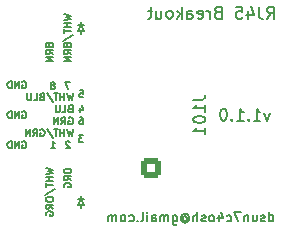
<source format=gbr>
G04 #@! TF.GenerationSoftware,KiCad,Pcbnew,8.0.6*
G04 #@! TF.CreationDate,2025-01-27T09:35:59-05:00*
G04 #@! TF.ProjectId,rj45brkout,726a3435-6272-46b6-9f75-742e6b696361,v1.1.0*
G04 #@! TF.SameCoordinates,Original*
G04 #@! TF.FileFunction,Legend,Bot*
G04 #@! TF.FilePolarity,Positive*
%FSLAX46Y46*%
G04 Gerber Fmt 4.6, Leading zero omitted, Abs format (unit mm)*
G04 Created by KiCad (PCBNEW 8.0.6) date 2025-01-27 09:35:59*
%MOMM*%
%LPD*%
G01*
G04 APERTURE LIST*
G04 Aperture macros list*
%AMRoundRect*
0 Rectangle with rounded corners*
0 $1 Rounding radius*
0 $2 $3 $4 $5 $6 $7 $8 $9 X,Y pos of 4 corners*
0 Add a 4 corners polygon primitive as box body*
4,1,4,$2,$3,$4,$5,$6,$7,$8,$9,$2,$3,0*
0 Add four circle primitives for the rounded corners*
1,1,$1+$1,$2,$3*
1,1,$1+$1,$4,$5*
1,1,$1+$1,$6,$7*
1,1,$1+$1,$8,$9*
0 Add four rect primitives between the rounded corners*
20,1,$1+$1,$2,$3,$4,$5,0*
20,1,$1+$1,$4,$5,$6,$7,0*
20,1,$1+$1,$6,$7,$8,$9,0*
20,1,$1+$1,$8,$9,$2,$3,0*%
G04 Aperture macros list end*
%ADD10C,0.150000*%
%ADD11C,0.127000*%
%ADD12RoundRect,0.265385X0.610915X-0.610915X0.610915X0.610915X-0.610915X0.610915X-0.610915X-0.610915X0*%
%ADD13C,1.752600*%
%ADD14C,4.101600*%
%ADD15C,3.276600*%
%ADD16C,1.117600*%
%ADD17C,1.371600*%
G04 APERTURE END LIST*
D10*
X138303000Y-108712000D02*
X138557000Y-109220000D01*
X138303000Y-108712000D02*
X138303000Y-108458000D01*
X138049000Y-109220000D02*
X138303000Y-108712000D01*
X138557000Y-109220000D02*
X138049000Y-109220000D01*
X138303000Y-109220000D02*
X138303000Y-109474000D01*
X138557000Y-108712000D02*
X138049000Y-108712000D01*
X138049000Y-94488000D02*
X138303000Y-93980000D01*
X138303000Y-93980000D02*
X138303000Y-93726000D01*
X138303000Y-93980000D02*
X138557000Y-94488000D01*
X138557000Y-94488000D02*
X138049000Y-94488000D01*
X138557000Y-93980000D02*
X138049000Y-93980000D01*
X138303000Y-94488000D02*
X138303000Y-94742000D01*
D11*
X135718571Y-104370967D02*
X136061428Y-104370967D01*
X135889999Y-104370967D02*
X135889999Y-103770967D01*
X135889999Y-103770967D02*
X135947142Y-103856681D01*
X135947142Y-103856681D02*
X136004285Y-103913824D01*
X136004285Y-103913824D02*
X136061428Y-103942396D01*
X137331428Y-103868110D02*
X137302856Y-103839538D01*
X137302856Y-103839538D02*
X137245714Y-103810967D01*
X137245714Y-103810967D02*
X137102856Y-103810967D01*
X137102856Y-103810967D02*
X137045714Y-103839538D01*
X137045714Y-103839538D02*
X137017142Y-103868110D01*
X137017142Y-103868110D02*
X136988571Y-103925253D01*
X136988571Y-103925253D02*
X136988571Y-103982396D01*
X136988571Y-103982396D02*
X137017142Y-104068110D01*
X137017142Y-104068110D02*
X137359999Y-104410967D01*
X137359999Y-104410967D02*
X136988571Y-104410967D01*
X138449999Y-103302967D02*
X138078571Y-103302967D01*
X138078571Y-103302967D02*
X138278571Y-103531538D01*
X138278571Y-103531538D02*
X138192856Y-103531538D01*
X138192856Y-103531538D02*
X138135714Y-103560110D01*
X138135714Y-103560110D02*
X138107142Y-103588681D01*
X138107142Y-103588681D02*
X138078571Y-103645824D01*
X138078571Y-103645824D02*
X138078571Y-103788681D01*
X138078571Y-103788681D02*
X138107142Y-103845824D01*
X138107142Y-103845824D02*
X138135714Y-103874396D01*
X138135714Y-103874396D02*
X138192856Y-103902967D01*
X138192856Y-103902967D02*
X138364285Y-103902967D01*
X138364285Y-103902967D02*
X138421428Y-103874396D01*
X138421428Y-103874396D02*
X138449999Y-103845824D01*
X138188714Y-101778967D02*
X138302999Y-101778967D01*
X138302999Y-101778967D02*
X138360142Y-101807538D01*
X138360142Y-101807538D02*
X138388714Y-101836110D01*
X138388714Y-101836110D02*
X138445856Y-101921824D01*
X138445856Y-101921824D02*
X138474428Y-102036110D01*
X138474428Y-102036110D02*
X138474428Y-102264681D01*
X138474428Y-102264681D02*
X138445856Y-102321824D01*
X138445856Y-102321824D02*
X138417285Y-102350396D01*
X138417285Y-102350396D02*
X138360142Y-102378967D01*
X138360142Y-102378967D02*
X138245856Y-102378967D01*
X138245856Y-102378967D02*
X138188714Y-102350396D01*
X138188714Y-102350396D02*
X138160142Y-102321824D01*
X138160142Y-102321824D02*
X138131571Y-102264681D01*
X138131571Y-102264681D02*
X138131571Y-102121824D01*
X138131571Y-102121824D02*
X138160142Y-102064681D01*
X138160142Y-102064681D02*
X138188714Y-102036110D01*
X138188714Y-102036110D02*
X138245856Y-102007538D01*
X138245856Y-102007538D02*
X138360142Y-102007538D01*
X138360142Y-102007538D02*
X138417285Y-102036110D01*
X138417285Y-102036110D02*
X138445856Y-102064681D01*
X138445856Y-102064681D02*
X138474428Y-102121824D01*
X138188714Y-100962967D02*
X138188714Y-101362967D01*
X138331571Y-100734396D02*
X138474428Y-101162967D01*
X138474428Y-101162967D02*
X138102999Y-101162967D01*
X138160142Y-99492967D02*
X138445856Y-99492967D01*
X138445856Y-99492967D02*
X138474428Y-99778681D01*
X138474428Y-99778681D02*
X138445856Y-99750110D01*
X138445856Y-99750110D02*
X138388714Y-99721538D01*
X138388714Y-99721538D02*
X138245856Y-99721538D01*
X138245856Y-99721538D02*
X138188714Y-99750110D01*
X138188714Y-99750110D02*
X138160142Y-99778681D01*
X138160142Y-99778681D02*
X138131571Y-99835824D01*
X138131571Y-99835824D02*
X138131571Y-99978681D01*
X138131571Y-99978681D02*
X138160142Y-100035824D01*
X138160142Y-100035824D02*
X138188714Y-100064396D01*
X138188714Y-100064396D02*
X138245856Y-100092967D01*
X138245856Y-100092967D02*
X138388714Y-100092967D01*
X138388714Y-100092967D02*
X138445856Y-100064396D01*
X138445856Y-100064396D02*
X138474428Y-100035824D01*
X137359999Y-98770967D02*
X136959999Y-98770967D01*
X136959999Y-98770967D02*
X137217142Y-99370967D01*
X135947142Y-99078110D02*
X136004285Y-99049538D01*
X136004285Y-99049538D02*
X136032856Y-99020967D01*
X136032856Y-99020967D02*
X136061428Y-98963824D01*
X136061428Y-98963824D02*
X136061428Y-98935253D01*
X136061428Y-98935253D02*
X136032856Y-98878110D01*
X136032856Y-98878110D02*
X136004285Y-98849538D01*
X136004285Y-98849538D02*
X135947142Y-98820967D01*
X135947142Y-98820967D02*
X135832856Y-98820967D01*
X135832856Y-98820967D02*
X135775714Y-98849538D01*
X135775714Y-98849538D02*
X135747142Y-98878110D01*
X135747142Y-98878110D02*
X135718571Y-98935253D01*
X135718571Y-98935253D02*
X135718571Y-98963824D01*
X135718571Y-98963824D02*
X135747142Y-99020967D01*
X135747142Y-99020967D02*
X135775714Y-99049538D01*
X135775714Y-99049538D02*
X135832856Y-99078110D01*
X135832856Y-99078110D02*
X135947142Y-99078110D01*
X135947142Y-99078110D02*
X136004285Y-99106681D01*
X136004285Y-99106681D02*
X136032856Y-99135253D01*
X136032856Y-99135253D02*
X136061428Y-99192396D01*
X136061428Y-99192396D02*
X136061428Y-99306681D01*
X136061428Y-99306681D02*
X136032856Y-99363824D01*
X136032856Y-99363824D02*
X136004285Y-99392396D01*
X136004285Y-99392396D02*
X135947142Y-99420967D01*
X135947142Y-99420967D02*
X135832856Y-99420967D01*
X135832856Y-99420967D02*
X135775714Y-99392396D01*
X135775714Y-99392396D02*
X135747142Y-99363824D01*
X135747142Y-99363824D02*
X135718571Y-99306681D01*
X135718571Y-99306681D02*
X135718571Y-99192396D01*
X135718571Y-99192396D02*
X135747142Y-99135253D01*
X135747142Y-99135253D02*
X135775714Y-99106681D01*
X135775714Y-99106681D02*
X135832856Y-99078110D01*
D10*
X154288856Y-101388152D02*
X154050761Y-102054819D01*
X154050761Y-102054819D02*
X153812666Y-101388152D01*
X152907904Y-102054819D02*
X153479332Y-102054819D01*
X153193618Y-102054819D02*
X153193618Y-101054819D01*
X153193618Y-101054819D02*
X153288856Y-101197676D01*
X153288856Y-101197676D02*
X153384094Y-101292914D01*
X153384094Y-101292914D02*
X153479332Y-101340533D01*
X152479332Y-101959580D02*
X152431713Y-102007200D01*
X152431713Y-102007200D02*
X152479332Y-102054819D01*
X152479332Y-102054819D02*
X152526951Y-102007200D01*
X152526951Y-102007200D02*
X152479332Y-101959580D01*
X152479332Y-101959580D02*
X152479332Y-102054819D01*
X151479333Y-102054819D02*
X152050761Y-102054819D01*
X151765047Y-102054819D02*
X151765047Y-101054819D01*
X151765047Y-101054819D02*
X151860285Y-101197676D01*
X151860285Y-101197676D02*
X151955523Y-101292914D01*
X151955523Y-101292914D02*
X152050761Y-101340533D01*
X151050761Y-101959580D02*
X151003142Y-102007200D01*
X151003142Y-102007200D02*
X151050761Y-102054819D01*
X151050761Y-102054819D02*
X151098380Y-102007200D01*
X151098380Y-102007200D02*
X151050761Y-101959580D01*
X151050761Y-101959580D02*
X151050761Y-102054819D01*
X150384095Y-101054819D02*
X150288857Y-101054819D01*
X150288857Y-101054819D02*
X150193619Y-101102438D01*
X150193619Y-101102438D02*
X150146000Y-101150057D01*
X150146000Y-101150057D02*
X150098381Y-101245295D01*
X150098381Y-101245295D02*
X150050762Y-101435771D01*
X150050762Y-101435771D02*
X150050762Y-101673866D01*
X150050762Y-101673866D02*
X150098381Y-101864342D01*
X150098381Y-101864342D02*
X150146000Y-101959580D01*
X150146000Y-101959580D02*
X150193619Y-102007200D01*
X150193619Y-102007200D02*
X150288857Y-102054819D01*
X150288857Y-102054819D02*
X150384095Y-102054819D01*
X150384095Y-102054819D02*
X150479333Y-102007200D01*
X150479333Y-102007200D02*
X150526952Y-101959580D01*
X150526952Y-101959580D02*
X150574571Y-101864342D01*
X150574571Y-101864342D02*
X150622190Y-101673866D01*
X150622190Y-101673866D02*
X150622190Y-101435771D01*
X150622190Y-101435771D02*
X150574571Y-101245295D01*
X150574571Y-101245295D02*
X150526952Y-101150057D01*
X150526952Y-101150057D02*
X150479333Y-101102438D01*
X150479333Y-101102438D02*
X150384095Y-101054819D01*
X154042477Y-93418819D02*
X154375810Y-92942628D01*
X154613905Y-93418819D02*
X154613905Y-92418819D01*
X154613905Y-92418819D02*
X154232953Y-92418819D01*
X154232953Y-92418819D02*
X154137715Y-92466438D01*
X154137715Y-92466438D02*
X154090096Y-92514057D01*
X154090096Y-92514057D02*
X154042477Y-92609295D01*
X154042477Y-92609295D02*
X154042477Y-92752152D01*
X154042477Y-92752152D02*
X154090096Y-92847390D01*
X154090096Y-92847390D02*
X154137715Y-92895009D01*
X154137715Y-92895009D02*
X154232953Y-92942628D01*
X154232953Y-92942628D02*
X154613905Y-92942628D01*
X153328191Y-92418819D02*
X153328191Y-93133104D01*
X153328191Y-93133104D02*
X153375810Y-93275961D01*
X153375810Y-93275961D02*
X153471048Y-93371200D01*
X153471048Y-93371200D02*
X153613905Y-93418819D01*
X153613905Y-93418819D02*
X153709143Y-93418819D01*
X152423429Y-92752152D02*
X152423429Y-93418819D01*
X152661524Y-92371200D02*
X152899619Y-93085485D01*
X152899619Y-93085485D02*
X152280572Y-93085485D01*
X151423429Y-92418819D02*
X151899619Y-92418819D01*
X151899619Y-92418819D02*
X151947238Y-92895009D01*
X151947238Y-92895009D02*
X151899619Y-92847390D01*
X151899619Y-92847390D02*
X151804381Y-92799771D01*
X151804381Y-92799771D02*
X151566286Y-92799771D01*
X151566286Y-92799771D02*
X151471048Y-92847390D01*
X151471048Y-92847390D02*
X151423429Y-92895009D01*
X151423429Y-92895009D02*
X151375810Y-92990247D01*
X151375810Y-92990247D02*
X151375810Y-93228342D01*
X151375810Y-93228342D02*
X151423429Y-93323580D01*
X151423429Y-93323580D02*
X151471048Y-93371200D01*
X151471048Y-93371200D02*
X151566286Y-93418819D01*
X151566286Y-93418819D02*
X151804381Y-93418819D01*
X151804381Y-93418819D02*
X151899619Y-93371200D01*
X151899619Y-93371200D02*
X151947238Y-93323580D01*
X149852000Y-92895009D02*
X149709143Y-92942628D01*
X149709143Y-92942628D02*
X149661524Y-92990247D01*
X149661524Y-92990247D02*
X149613905Y-93085485D01*
X149613905Y-93085485D02*
X149613905Y-93228342D01*
X149613905Y-93228342D02*
X149661524Y-93323580D01*
X149661524Y-93323580D02*
X149709143Y-93371200D01*
X149709143Y-93371200D02*
X149804381Y-93418819D01*
X149804381Y-93418819D02*
X150185333Y-93418819D01*
X150185333Y-93418819D02*
X150185333Y-92418819D01*
X150185333Y-92418819D02*
X149852000Y-92418819D01*
X149852000Y-92418819D02*
X149756762Y-92466438D01*
X149756762Y-92466438D02*
X149709143Y-92514057D01*
X149709143Y-92514057D02*
X149661524Y-92609295D01*
X149661524Y-92609295D02*
X149661524Y-92704533D01*
X149661524Y-92704533D02*
X149709143Y-92799771D01*
X149709143Y-92799771D02*
X149756762Y-92847390D01*
X149756762Y-92847390D02*
X149852000Y-92895009D01*
X149852000Y-92895009D02*
X150185333Y-92895009D01*
X149185333Y-93418819D02*
X149185333Y-92752152D01*
X149185333Y-92942628D02*
X149137714Y-92847390D01*
X149137714Y-92847390D02*
X149090095Y-92799771D01*
X149090095Y-92799771D02*
X148994857Y-92752152D01*
X148994857Y-92752152D02*
X148899619Y-92752152D01*
X148185333Y-93371200D02*
X148280571Y-93418819D01*
X148280571Y-93418819D02*
X148471047Y-93418819D01*
X148471047Y-93418819D02*
X148566285Y-93371200D01*
X148566285Y-93371200D02*
X148613904Y-93275961D01*
X148613904Y-93275961D02*
X148613904Y-92895009D01*
X148613904Y-92895009D02*
X148566285Y-92799771D01*
X148566285Y-92799771D02*
X148471047Y-92752152D01*
X148471047Y-92752152D02*
X148280571Y-92752152D01*
X148280571Y-92752152D02*
X148185333Y-92799771D01*
X148185333Y-92799771D02*
X148137714Y-92895009D01*
X148137714Y-92895009D02*
X148137714Y-92990247D01*
X148137714Y-92990247D02*
X148613904Y-93085485D01*
X147280571Y-93418819D02*
X147280571Y-92895009D01*
X147280571Y-92895009D02*
X147328190Y-92799771D01*
X147328190Y-92799771D02*
X147423428Y-92752152D01*
X147423428Y-92752152D02*
X147613904Y-92752152D01*
X147613904Y-92752152D02*
X147709142Y-92799771D01*
X147280571Y-93371200D02*
X147375809Y-93418819D01*
X147375809Y-93418819D02*
X147613904Y-93418819D01*
X147613904Y-93418819D02*
X147709142Y-93371200D01*
X147709142Y-93371200D02*
X147756761Y-93275961D01*
X147756761Y-93275961D02*
X147756761Y-93180723D01*
X147756761Y-93180723D02*
X147709142Y-93085485D01*
X147709142Y-93085485D02*
X147613904Y-93037866D01*
X147613904Y-93037866D02*
X147375809Y-93037866D01*
X147375809Y-93037866D02*
X147280571Y-92990247D01*
X146804380Y-93418819D02*
X146804380Y-92418819D01*
X146709142Y-93037866D02*
X146423428Y-93418819D01*
X146423428Y-92752152D02*
X146804380Y-93133104D01*
X145851999Y-93418819D02*
X145947237Y-93371200D01*
X145947237Y-93371200D02*
X145994856Y-93323580D01*
X145994856Y-93323580D02*
X146042475Y-93228342D01*
X146042475Y-93228342D02*
X146042475Y-92942628D01*
X146042475Y-92942628D02*
X145994856Y-92847390D01*
X145994856Y-92847390D02*
X145947237Y-92799771D01*
X145947237Y-92799771D02*
X145851999Y-92752152D01*
X145851999Y-92752152D02*
X145709142Y-92752152D01*
X145709142Y-92752152D02*
X145613904Y-92799771D01*
X145613904Y-92799771D02*
X145566285Y-92847390D01*
X145566285Y-92847390D02*
X145518666Y-92942628D01*
X145518666Y-92942628D02*
X145518666Y-93228342D01*
X145518666Y-93228342D02*
X145566285Y-93323580D01*
X145566285Y-93323580D02*
X145613904Y-93371200D01*
X145613904Y-93371200D02*
X145709142Y-93418819D01*
X145709142Y-93418819D02*
X145851999Y-93418819D01*
X144661523Y-92752152D02*
X144661523Y-93418819D01*
X145090094Y-92752152D02*
X145090094Y-93275961D01*
X145090094Y-93275961D02*
X145042475Y-93371200D01*
X145042475Y-93371200D02*
X144947237Y-93418819D01*
X144947237Y-93418819D02*
X144804380Y-93418819D01*
X144804380Y-93418819D02*
X144709142Y-93371200D01*
X144709142Y-93371200D02*
X144661523Y-93323580D01*
X144328189Y-92752152D02*
X143947237Y-92752152D01*
X144185332Y-92418819D02*
X144185332Y-93275961D01*
X144185332Y-93275961D02*
X144137713Y-93371200D01*
X144137713Y-93371200D02*
X144042475Y-93418819D01*
X144042475Y-93418819D02*
X143947237Y-93418819D01*
D11*
X136830967Y-93055592D02*
X137430967Y-93198449D01*
X137430967Y-93198449D02*
X137002396Y-93312735D01*
X137002396Y-93312735D02*
X137430967Y-93427020D01*
X137430967Y-93427020D02*
X136830967Y-93569878D01*
X137430967Y-93798449D02*
X136830967Y-93798449D01*
X137116681Y-93798449D02*
X137116681Y-94141306D01*
X137430967Y-94141306D02*
X136830967Y-94141306D01*
X136830967Y-94341305D02*
X136830967Y-94684163D01*
X137430967Y-94512734D02*
X136830967Y-94512734D01*
X136802396Y-95312734D02*
X137573824Y-94798448D01*
X137116681Y-95712734D02*
X137145253Y-95798448D01*
X137145253Y-95798448D02*
X137173824Y-95827019D01*
X137173824Y-95827019D02*
X137230967Y-95855591D01*
X137230967Y-95855591D02*
X137316681Y-95855591D01*
X137316681Y-95855591D02*
X137373824Y-95827019D01*
X137373824Y-95827019D02*
X137402396Y-95798448D01*
X137402396Y-95798448D02*
X137430967Y-95741305D01*
X137430967Y-95741305D02*
X137430967Y-95512734D01*
X137430967Y-95512734D02*
X136830967Y-95512734D01*
X136830967Y-95512734D02*
X136830967Y-95712734D01*
X136830967Y-95712734D02*
X136859538Y-95769877D01*
X136859538Y-95769877D02*
X136888110Y-95798448D01*
X136888110Y-95798448D02*
X136945253Y-95827019D01*
X136945253Y-95827019D02*
X137002396Y-95827019D01*
X137002396Y-95827019D02*
X137059538Y-95798448D01*
X137059538Y-95798448D02*
X137088110Y-95769877D01*
X137088110Y-95769877D02*
X137116681Y-95712734D01*
X137116681Y-95712734D02*
X137116681Y-95512734D01*
X137430967Y-96455591D02*
X137145253Y-96255591D01*
X137430967Y-96112734D02*
X136830967Y-96112734D01*
X136830967Y-96112734D02*
X136830967Y-96341305D01*
X136830967Y-96341305D02*
X136859538Y-96398448D01*
X136859538Y-96398448D02*
X136888110Y-96427019D01*
X136888110Y-96427019D02*
X136945253Y-96455591D01*
X136945253Y-96455591D02*
X137030967Y-96455591D01*
X137030967Y-96455591D02*
X137088110Y-96427019D01*
X137088110Y-96427019D02*
X137116681Y-96398448D01*
X137116681Y-96398448D02*
X137145253Y-96341305D01*
X137145253Y-96341305D02*
X137145253Y-96112734D01*
X137430967Y-96712734D02*
X136830967Y-96712734D01*
X136830967Y-96712734D02*
X137430967Y-97055591D01*
X137430967Y-97055591D02*
X136830967Y-97055591D01*
X135592681Y-95712734D02*
X135621253Y-95798448D01*
X135621253Y-95798448D02*
X135649824Y-95827019D01*
X135649824Y-95827019D02*
X135706967Y-95855591D01*
X135706967Y-95855591D02*
X135792681Y-95855591D01*
X135792681Y-95855591D02*
X135849824Y-95827019D01*
X135849824Y-95827019D02*
X135878396Y-95798448D01*
X135878396Y-95798448D02*
X135906967Y-95741305D01*
X135906967Y-95741305D02*
X135906967Y-95512734D01*
X135906967Y-95512734D02*
X135306967Y-95512734D01*
X135306967Y-95512734D02*
X135306967Y-95712734D01*
X135306967Y-95712734D02*
X135335538Y-95769877D01*
X135335538Y-95769877D02*
X135364110Y-95798448D01*
X135364110Y-95798448D02*
X135421253Y-95827019D01*
X135421253Y-95827019D02*
X135478396Y-95827019D01*
X135478396Y-95827019D02*
X135535538Y-95798448D01*
X135535538Y-95798448D02*
X135564110Y-95769877D01*
X135564110Y-95769877D02*
X135592681Y-95712734D01*
X135592681Y-95712734D02*
X135592681Y-95512734D01*
X135906967Y-96455591D02*
X135621253Y-96255591D01*
X135906967Y-96112734D02*
X135306967Y-96112734D01*
X135306967Y-96112734D02*
X135306967Y-96341305D01*
X135306967Y-96341305D02*
X135335538Y-96398448D01*
X135335538Y-96398448D02*
X135364110Y-96427019D01*
X135364110Y-96427019D02*
X135421253Y-96455591D01*
X135421253Y-96455591D02*
X135506967Y-96455591D01*
X135506967Y-96455591D02*
X135564110Y-96427019D01*
X135564110Y-96427019D02*
X135592681Y-96398448D01*
X135592681Y-96398448D02*
X135621253Y-96341305D01*
X135621253Y-96341305D02*
X135621253Y-96112734D01*
X135906967Y-96712734D02*
X135306967Y-96712734D01*
X135306967Y-96712734D02*
X135906967Y-97055591D01*
X135906967Y-97055591D02*
X135306967Y-97055591D01*
X137625733Y-99746967D02*
X137482876Y-100346967D01*
X137482876Y-100346967D02*
X137368590Y-99918396D01*
X137368590Y-99918396D02*
X137254305Y-100346967D01*
X137254305Y-100346967D02*
X137111448Y-99746967D01*
X136882876Y-100346967D02*
X136882876Y-99746967D01*
X136882876Y-100032681D02*
X136540019Y-100032681D01*
X136540019Y-100346967D02*
X136540019Y-99746967D01*
X136340020Y-99746967D02*
X135997163Y-99746967D01*
X136168591Y-100346967D02*
X136168591Y-99746967D01*
X135368591Y-99718396D02*
X135882877Y-100489824D01*
X134968591Y-100032681D02*
X134882877Y-100061253D01*
X134882877Y-100061253D02*
X134854306Y-100089824D01*
X134854306Y-100089824D02*
X134825734Y-100146967D01*
X134825734Y-100146967D02*
X134825734Y-100232681D01*
X134825734Y-100232681D02*
X134854306Y-100289824D01*
X134854306Y-100289824D02*
X134882877Y-100318396D01*
X134882877Y-100318396D02*
X134940020Y-100346967D01*
X134940020Y-100346967D02*
X135168591Y-100346967D01*
X135168591Y-100346967D02*
X135168591Y-99746967D01*
X135168591Y-99746967D02*
X134968591Y-99746967D01*
X134968591Y-99746967D02*
X134911449Y-99775538D01*
X134911449Y-99775538D02*
X134882877Y-99804110D01*
X134882877Y-99804110D02*
X134854306Y-99861253D01*
X134854306Y-99861253D02*
X134854306Y-99918396D01*
X134854306Y-99918396D02*
X134882877Y-99975538D01*
X134882877Y-99975538D02*
X134911449Y-100004110D01*
X134911449Y-100004110D02*
X134968591Y-100032681D01*
X134968591Y-100032681D02*
X135168591Y-100032681D01*
X134282877Y-100346967D02*
X134568591Y-100346967D01*
X134568591Y-100346967D02*
X134568591Y-99746967D01*
X134082877Y-99746967D02*
X134082877Y-100232681D01*
X134082877Y-100232681D02*
X134054306Y-100289824D01*
X134054306Y-100289824D02*
X134025735Y-100318396D01*
X134025735Y-100318396D02*
X133968592Y-100346967D01*
X133968592Y-100346967D02*
X133854306Y-100346967D01*
X133854306Y-100346967D02*
X133797163Y-100318396D01*
X133797163Y-100318396D02*
X133768592Y-100289824D01*
X133768592Y-100289824D02*
X133740020Y-100232681D01*
X133740020Y-100232681D02*
X133740020Y-99746967D01*
X137368590Y-101048681D02*
X137282876Y-101077253D01*
X137282876Y-101077253D02*
X137254305Y-101105824D01*
X137254305Y-101105824D02*
X137225733Y-101162967D01*
X137225733Y-101162967D02*
X137225733Y-101248681D01*
X137225733Y-101248681D02*
X137254305Y-101305824D01*
X137254305Y-101305824D02*
X137282876Y-101334396D01*
X137282876Y-101334396D02*
X137340019Y-101362967D01*
X137340019Y-101362967D02*
X137568590Y-101362967D01*
X137568590Y-101362967D02*
X137568590Y-100762967D01*
X137568590Y-100762967D02*
X137368590Y-100762967D01*
X137368590Y-100762967D02*
X137311448Y-100791538D01*
X137311448Y-100791538D02*
X137282876Y-100820110D01*
X137282876Y-100820110D02*
X137254305Y-100877253D01*
X137254305Y-100877253D02*
X137254305Y-100934396D01*
X137254305Y-100934396D02*
X137282876Y-100991538D01*
X137282876Y-100991538D02*
X137311448Y-101020110D01*
X137311448Y-101020110D02*
X137368590Y-101048681D01*
X137368590Y-101048681D02*
X137568590Y-101048681D01*
X136682876Y-101362967D02*
X136968590Y-101362967D01*
X136968590Y-101362967D02*
X136968590Y-100762967D01*
X136482876Y-100762967D02*
X136482876Y-101248681D01*
X136482876Y-101248681D02*
X136454305Y-101305824D01*
X136454305Y-101305824D02*
X136425734Y-101334396D01*
X136425734Y-101334396D02*
X136368591Y-101362967D01*
X136368591Y-101362967D02*
X136254305Y-101362967D01*
X136254305Y-101362967D02*
X136197162Y-101334396D01*
X136197162Y-101334396D02*
X136168591Y-101305824D01*
X136168591Y-101305824D02*
X136140019Y-101248681D01*
X136140019Y-101248681D02*
X136140019Y-100762967D01*
X137254305Y-101807538D02*
X137311448Y-101778967D01*
X137311448Y-101778967D02*
X137397162Y-101778967D01*
X137397162Y-101778967D02*
X137482876Y-101807538D01*
X137482876Y-101807538D02*
X137540019Y-101864681D01*
X137540019Y-101864681D02*
X137568590Y-101921824D01*
X137568590Y-101921824D02*
X137597162Y-102036110D01*
X137597162Y-102036110D02*
X137597162Y-102121824D01*
X137597162Y-102121824D02*
X137568590Y-102236110D01*
X137568590Y-102236110D02*
X137540019Y-102293253D01*
X137540019Y-102293253D02*
X137482876Y-102350396D01*
X137482876Y-102350396D02*
X137397162Y-102378967D01*
X137397162Y-102378967D02*
X137340019Y-102378967D01*
X137340019Y-102378967D02*
X137254305Y-102350396D01*
X137254305Y-102350396D02*
X137225733Y-102321824D01*
X137225733Y-102321824D02*
X137225733Y-102121824D01*
X137225733Y-102121824D02*
X137340019Y-102121824D01*
X136625733Y-102378967D02*
X136825733Y-102093253D01*
X136968590Y-102378967D02*
X136968590Y-101778967D01*
X136968590Y-101778967D02*
X136740019Y-101778967D01*
X136740019Y-101778967D02*
X136682876Y-101807538D01*
X136682876Y-101807538D02*
X136654305Y-101836110D01*
X136654305Y-101836110D02*
X136625733Y-101893253D01*
X136625733Y-101893253D02*
X136625733Y-101978967D01*
X136625733Y-101978967D02*
X136654305Y-102036110D01*
X136654305Y-102036110D02*
X136682876Y-102064681D01*
X136682876Y-102064681D02*
X136740019Y-102093253D01*
X136740019Y-102093253D02*
X136968590Y-102093253D01*
X136368590Y-102378967D02*
X136368590Y-101778967D01*
X136368590Y-101778967D02*
X136025733Y-102378967D01*
X136025733Y-102378967D02*
X136025733Y-101778967D01*
X137625733Y-102794967D02*
X137482876Y-103394967D01*
X137482876Y-103394967D02*
X137368590Y-102966396D01*
X137368590Y-102966396D02*
X137254305Y-103394967D01*
X137254305Y-103394967D02*
X137111448Y-102794967D01*
X136882876Y-103394967D02*
X136882876Y-102794967D01*
X136882876Y-103080681D02*
X136540019Y-103080681D01*
X136540019Y-103394967D02*
X136540019Y-102794967D01*
X136340020Y-102794967D02*
X135997163Y-102794967D01*
X136168591Y-103394967D02*
X136168591Y-102794967D01*
X135368591Y-102766396D02*
X135882877Y-103537824D01*
X134854306Y-102823538D02*
X134911449Y-102794967D01*
X134911449Y-102794967D02*
X134997163Y-102794967D01*
X134997163Y-102794967D02*
X135082877Y-102823538D01*
X135082877Y-102823538D02*
X135140020Y-102880681D01*
X135140020Y-102880681D02*
X135168591Y-102937824D01*
X135168591Y-102937824D02*
X135197163Y-103052110D01*
X135197163Y-103052110D02*
X135197163Y-103137824D01*
X135197163Y-103137824D02*
X135168591Y-103252110D01*
X135168591Y-103252110D02*
X135140020Y-103309253D01*
X135140020Y-103309253D02*
X135082877Y-103366396D01*
X135082877Y-103366396D02*
X134997163Y-103394967D01*
X134997163Y-103394967D02*
X134940020Y-103394967D01*
X134940020Y-103394967D02*
X134854306Y-103366396D01*
X134854306Y-103366396D02*
X134825734Y-103337824D01*
X134825734Y-103337824D02*
X134825734Y-103137824D01*
X134825734Y-103137824D02*
X134940020Y-103137824D01*
X134225734Y-103394967D02*
X134425734Y-103109253D01*
X134568591Y-103394967D02*
X134568591Y-102794967D01*
X134568591Y-102794967D02*
X134340020Y-102794967D01*
X134340020Y-102794967D02*
X134282877Y-102823538D01*
X134282877Y-102823538D02*
X134254306Y-102852110D01*
X134254306Y-102852110D02*
X134225734Y-102909253D01*
X134225734Y-102909253D02*
X134225734Y-102994967D01*
X134225734Y-102994967D02*
X134254306Y-103052110D01*
X134254306Y-103052110D02*
X134282877Y-103080681D01*
X134282877Y-103080681D02*
X134340020Y-103109253D01*
X134340020Y-103109253D02*
X134568591Y-103109253D01*
X133968591Y-103394967D02*
X133968591Y-102794967D01*
X133968591Y-102794967D02*
X133625734Y-103394967D01*
X133625734Y-103394967D02*
X133625734Y-102794967D01*
X135306967Y-106087266D02*
X135906967Y-106230123D01*
X135906967Y-106230123D02*
X135478396Y-106344409D01*
X135478396Y-106344409D02*
X135906967Y-106458694D01*
X135906967Y-106458694D02*
X135306967Y-106601552D01*
X135906967Y-106830123D02*
X135306967Y-106830123D01*
X135592681Y-106830123D02*
X135592681Y-107172980D01*
X135906967Y-107172980D02*
X135306967Y-107172980D01*
X135306967Y-107372979D02*
X135306967Y-107715837D01*
X135906967Y-107544408D02*
X135306967Y-107544408D01*
X135278396Y-108344408D02*
X136049824Y-107830122D01*
X135306967Y-108658693D02*
X135306967Y-108772979D01*
X135306967Y-108772979D02*
X135335538Y-108830122D01*
X135335538Y-108830122D02*
X135392681Y-108887265D01*
X135392681Y-108887265D02*
X135506967Y-108915836D01*
X135506967Y-108915836D02*
X135706967Y-108915836D01*
X135706967Y-108915836D02*
X135821253Y-108887265D01*
X135821253Y-108887265D02*
X135878396Y-108830122D01*
X135878396Y-108830122D02*
X135906967Y-108772979D01*
X135906967Y-108772979D02*
X135906967Y-108658693D01*
X135906967Y-108658693D02*
X135878396Y-108601551D01*
X135878396Y-108601551D02*
X135821253Y-108544408D01*
X135821253Y-108544408D02*
X135706967Y-108515836D01*
X135706967Y-108515836D02*
X135506967Y-108515836D01*
X135506967Y-108515836D02*
X135392681Y-108544408D01*
X135392681Y-108544408D02*
X135335538Y-108601551D01*
X135335538Y-108601551D02*
X135306967Y-108658693D01*
X135906967Y-109515836D02*
X135621253Y-109315836D01*
X135906967Y-109172979D02*
X135306967Y-109172979D01*
X135306967Y-109172979D02*
X135306967Y-109401550D01*
X135306967Y-109401550D02*
X135335538Y-109458693D01*
X135335538Y-109458693D02*
X135364110Y-109487264D01*
X135364110Y-109487264D02*
X135421253Y-109515836D01*
X135421253Y-109515836D02*
X135506967Y-109515836D01*
X135506967Y-109515836D02*
X135564110Y-109487264D01*
X135564110Y-109487264D02*
X135592681Y-109458693D01*
X135592681Y-109458693D02*
X135621253Y-109401550D01*
X135621253Y-109401550D02*
X135621253Y-109172979D01*
X135335538Y-110087264D02*
X135306967Y-110030122D01*
X135306967Y-110030122D02*
X135306967Y-109944407D01*
X135306967Y-109944407D02*
X135335538Y-109858693D01*
X135335538Y-109858693D02*
X135392681Y-109801550D01*
X135392681Y-109801550D02*
X135449824Y-109772979D01*
X135449824Y-109772979D02*
X135564110Y-109744407D01*
X135564110Y-109744407D02*
X135649824Y-109744407D01*
X135649824Y-109744407D02*
X135764110Y-109772979D01*
X135764110Y-109772979D02*
X135821253Y-109801550D01*
X135821253Y-109801550D02*
X135878396Y-109858693D01*
X135878396Y-109858693D02*
X135906967Y-109944407D01*
X135906967Y-109944407D02*
X135906967Y-110001550D01*
X135906967Y-110001550D02*
X135878396Y-110087264D01*
X135878396Y-110087264D02*
X135849824Y-110115836D01*
X135849824Y-110115836D02*
X135649824Y-110115836D01*
X135649824Y-110115836D02*
X135649824Y-110001550D01*
X136830967Y-106258694D02*
X136830967Y-106372980D01*
X136830967Y-106372980D02*
X136859538Y-106430123D01*
X136859538Y-106430123D02*
X136916681Y-106487266D01*
X136916681Y-106487266D02*
X137030967Y-106515837D01*
X137030967Y-106515837D02*
X137230967Y-106515837D01*
X137230967Y-106515837D02*
X137345253Y-106487266D01*
X137345253Y-106487266D02*
X137402396Y-106430123D01*
X137402396Y-106430123D02*
X137430967Y-106372980D01*
X137430967Y-106372980D02*
X137430967Y-106258694D01*
X137430967Y-106258694D02*
X137402396Y-106201552D01*
X137402396Y-106201552D02*
X137345253Y-106144409D01*
X137345253Y-106144409D02*
X137230967Y-106115837D01*
X137230967Y-106115837D02*
X137030967Y-106115837D01*
X137030967Y-106115837D02*
X136916681Y-106144409D01*
X136916681Y-106144409D02*
X136859538Y-106201552D01*
X136859538Y-106201552D02*
X136830967Y-106258694D01*
X137430967Y-107115837D02*
X137145253Y-106915837D01*
X137430967Y-106772980D02*
X136830967Y-106772980D01*
X136830967Y-106772980D02*
X136830967Y-107001551D01*
X136830967Y-107001551D02*
X136859538Y-107058694D01*
X136859538Y-107058694D02*
X136888110Y-107087265D01*
X136888110Y-107087265D02*
X136945253Y-107115837D01*
X136945253Y-107115837D02*
X137030967Y-107115837D01*
X137030967Y-107115837D02*
X137088110Y-107087265D01*
X137088110Y-107087265D02*
X137116681Y-107058694D01*
X137116681Y-107058694D02*
X137145253Y-107001551D01*
X137145253Y-107001551D02*
X137145253Y-106772980D01*
X136859538Y-107687265D02*
X136830967Y-107630123D01*
X136830967Y-107630123D02*
X136830967Y-107544408D01*
X136830967Y-107544408D02*
X136859538Y-107458694D01*
X136859538Y-107458694D02*
X136916681Y-107401551D01*
X136916681Y-107401551D02*
X136973824Y-107372980D01*
X136973824Y-107372980D02*
X137088110Y-107344408D01*
X137088110Y-107344408D02*
X137173824Y-107344408D01*
X137173824Y-107344408D02*
X137288110Y-107372980D01*
X137288110Y-107372980D02*
X137345253Y-107401551D01*
X137345253Y-107401551D02*
X137402396Y-107458694D01*
X137402396Y-107458694D02*
X137430967Y-107544408D01*
X137430967Y-107544408D02*
X137430967Y-107601551D01*
X137430967Y-107601551D02*
X137402396Y-107687265D01*
X137402396Y-107687265D02*
X137373824Y-107715837D01*
X137373824Y-107715837D02*
X137173824Y-107715837D01*
X137173824Y-107715837D02*
X137173824Y-107601551D01*
X133317305Y-103839538D02*
X133374448Y-103810967D01*
X133374448Y-103810967D02*
X133460162Y-103810967D01*
X133460162Y-103810967D02*
X133545876Y-103839538D01*
X133545876Y-103839538D02*
X133603019Y-103896681D01*
X133603019Y-103896681D02*
X133631590Y-103953824D01*
X133631590Y-103953824D02*
X133660162Y-104068110D01*
X133660162Y-104068110D02*
X133660162Y-104153824D01*
X133660162Y-104153824D02*
X133631590Y-104268110D01*
X133631590Y-104268110D02*
X133603019Y-104325253D01*
X133603019Y-104325253D02*
X133545876Y-104382396D01*
X133545876Y-104382396D02*
X133460162Y-104410967D01*
X133460162Y-104410967D02*
X133403019Y-104410967D01*
X133403019Y-104410967D02*
X133317305Y-104382396D01*
X133317305Y-104382396D02*
X133288733Y-104353824D01*
X133288733Y-104353824D02*
X133288733Y-104153824D01*
X133288733Y-104153824D02*
X133403019Y-104153824D01*
X133031590Y-104410967D02*
X133031590Y-103810967D01*
X133031590Y-103810967D02*
X132688733Y-104410967D01*
X132688733Y-104410967D02*
X132688733Y-103810967D01*
X132403019Y-104410967D02*
X132403019Y-103810967D01*
X132403019Y-103810967D02*
X132260162Y-103810967D01*
X132260162Y-103810967D02*
X132174448Y-103839538D01*
X132174448Y-103839538D02*
X132117305Y-103896681D01*
X132117305Y-103896681D02*
X132088734Y-103953824D01*
X132088734Y-103953824D02*
X132060162Y-104068110D01*
X132060162Y-104068110D02*
X132060162Y-104153824D01*
X132060162Y-104153824D02*
X132088734Y-104268110D01*
X132088734Y-104268110D02*
X132117305Y-104325253D01*
X132117305Y-104325253D02*
X132174448Y-104382396D01*
X132174448Y-104382396D02*
X132260162Y-104410967D01*
X132260162Y-104410967D02*
X132403019Y-104410967D01*
X133317305Y-101299538D02*
X133374448Y-101270967D01*
X133374448Y-101270967D02*
X133460162Y-101270967D01*
X133460162Y-101270967D02*
X133545876Y-101299538D01*
X133545876Y-101299538D02*
X133603019Y-101356681D01*
X133603019Y-101356681D02*
X133631590Y-101413824D01*
X133631590Y-101413824D02*
X133660162Y-101528110D01*
X133660162Y-101528110D02*
X133660162Y-101613824D01*
X133660162Y-101613824D02*
X133631590Y-101728110D01*
X133631590Y-101728110D02*
X133603019Y-101785253D01*
X133603019Y-101785253D02*
X133545876Y-101842396D01*
X133545876Y-101842396D02*
X133460162Y-101870967D01*
X133460162Y-101870967D02*
X133403019Y-101870967D01*
X133403019Y-101870967D02*
X133317305Y-101842396D01*
X133317305Y-101842396D02*
X133288733Y-101813824D01*
X133288733Y-101813824D02*
X133288733Y-101613824D01*
X133288733Y-101613824D02*
X133403019Y-101613824D01*
X133031590Y-101870967D02*
X133031590Y-101270967D01*
X133031590Y-101270967D02*
X132688733Y-101870967D01*
X132688733Y-101870967D02*
X132688733Y-101270967D01*
X132403019Y-101870967D02*
X132403019Y-101270967D01*
X132403019Y-101270967D02*
X132260162Y-101270967D01*
X132260162Y-101270967D02*
X132174448Y-101299538D01*
X132174448Y-101299538D02*
X132117305Y-101356681D01*
X132117305Y-101356681D02*
X132088734Y-101413824D01*
X132088734Y-101413824D02*
X132060162Y-101528110D01*
X132060162Y-101528110D02*
X132060162Y-101613824D01*
X132060162Y-101613824D02*
X132088734Y-101728110D01*
X132088734Y-101728110D02*
X132117305Y-101785253D01*
X132117305Y-101785253D02*
X132174448Y-101842396D01*
X132174448Y-101842396D02*
X132260162Y-101870967D01*
X132260162Y-101870967D02*
X132403019Y-101870967D01*
X133317305Y-98759538D02*
X133374448Y-98730967D01*
X133374448Y-98730967D02*
X133460162Y-98730967D01*
X133460162Y-98730967D02*
X133545876Y-98759538D01*
X133545876Y-98759538D02*
X133603019Y-98816681D01*
X133603019Y-98816681D02*
X133631590Y-98873824D01*
X133631590Y-98873824D02*
X133660162Y-98988110D01*
X133660162Y-98988110D02*
X133660162Y-99073824D01*
X133660162Y-99073824D02*
X133631590Y-99188110D01*
X133631590Y-99188110D02*
X133603019Y-99245253D01*
X133603019Y-99245253D02*
X133545876Y-99302396D01*
X133545876Y-99302396D02*
X133460162Y-99330967D01*
X133460162Y-99330967D02*
X133403019Y-99330967D01*
X133403019Y-99330967D02*
X133317305Y-99302396D01*
X133317305Y-99302396D02*
X133288733Y-99273824D01*
X133288733Y-99273824D02*
X133288733Y-99073824D01*
X133288733Y-99073824D02*
X133403019Y-99073824D01*
X133031590Y-99330967D02*
X133031590Y-98730967D01*
X133031590Y-98730967D02*
X132688733Y-99330967D01*
X132688733Y-99330967D02*
X132688733Y-98730967D01*
X132403019Y-99330967D02*
X132403019Y-98730967D01*
X132403019Y-98730967D02*
X132260162Y-98730967D01*
X132260162Y-98730967D02*
X132174448Y-98759538D01*
X132174448Y-98759538D02*
X132117305Y-98816681D01*
X132117305Y-98816681D02*
X132088734Y-98873824D01*
X132088734Y-98873824D02*
X132060162Y-98988110D01*
X132060162Y-98988110D02*
X132060162Y-99073824D01*
X132060162Y-99073824D02*
X132088734Y-99188110D01*
X132088734Y-99188110D02*
X132117305Y-99245253D01*
X132117305Y-99245253D02*
X132174448Y-99302396D01*
X132174448Y-99302396D02*
X132260162Y-99330967D01*
X132260162Y-99330967D02*
X132403019Y-99330967D01*
D10*
X154202572Y-110598295D02*
X154202572Y-109798295D01*
X154202572Y-110560200D02*
X154278763Y-110598295D01*
X154278763Y-110598295D02*
X154431144Y-110598295D01*
X154431144Y-110598295D02*
X154507334Y-110560200D01*
X154507334Y-110560200D02*
X154545429Y-110522104D01*
X154545429Y-110522104D02*
X154583525Y-110445914D01*
X154583525Y-110445914D02*
X154583525Y-110217342D01*
X154583525Y-110217342D02*
X154545429Y-110141152D01*
X154545429Y-110141152D02*
X154507334Y-110103057D01*
X154507334Y-110103057D02*
X154431144Y-110064961D01*
X154431144Y-110064961D02*
X154278763Y-110064961D01*
X154278763Y-110064961D02*
X154202572Y-110103057D01*
X153859715Y-110560200D02*
X153783524Y-110598295D01*
X153783524Y-110598295D02*
X153631143Y-110598295D01*
X153631143Y-110598295D02*
X153554953Y-110560200D01*
X153554953Y-110560200D02*
X153516857Y-110484009D01*
X153516857Y-110484009D02*
X153516857Y-110445914D01*
X153516857Y-110445914D02*
X153554953Y-110369723D01*
X153554953Y-110369723D02*
X153631143Y-110331628D01*
X153631143Y-110331628D02*
X153745429Y-110331628D01*
X153745429Y-110331628D02*
X153821619Y-110293533D01*
X153821619Y-110293533D02*
X153859715Y-110217342D01*
X153859715Y-110217342D02*
X153859715Y-110179247D01*
X153859715Y-110179247D02*
X153821619Y-110103057D01*
X153821619Y-110103057D02*
X153745429Y-110064961D01*
X153745429Y-110064961D02*
X153631143Y-110064961D01*
X153631143Y-110064961D02*
X153554953Y-110103057D01*
X152831143Y-110064961D02*
X152831143Y-110598295D01*
X153174000Y-110064961D02*
X153174000Y-110484009D01*
X153174000Y-110484009D02*
X153135905Y-110560200D01*
X153135905Y-110560200D02*
X153059715Y-110598295D01*
X153059715Y-110598295D02*
X152945429Y-110598295D01*
X152945429Y-110598295D02*
X152869238Y-110560200D01*
X152869238Y-110560200D02*
X152831143Y-110522104D01*
X152450190Y-110064961D02*
X152450190Y-110598295D01*
X152450190Y-110141152D02*
X152412095Y-110103057D01*
X152412095Y-110103057D02*
X152335905Y-110064961D01*
X152335905Y-110064961D02*
X152221619Y-110064961D01*
X152221619Y-110064961D02*
X152145428Y-110103057D01*
X152145428Y-110103057D02*
X152107333Y-110179247D01*
X152107333Y-110179247D02*
X152107333Y-110598295D01*
X151802571Y-109798295D02*
X151269237Y-109798295D01*
X151269237Y-109798295D02*
X151612095Y-110598295D01*
X150621618Y-110560200D02*
X150697809Y-110598295D01*
X150697809Y-110598295D02*
X150850190Y-110598295D01*
X150850190Y-110598295D02*
X150926380Y-110560200D01*
X150926380Y-110560200D02*
X150964475Y-110522104D01*
X150964475Y-110522104D02*
X151002571Y-110445914D01*
X151002571Y-110445914D02*
X151002571Y-110217342D01*
X151002571Y-110217342D02*
X150964475Y-110141152D01*
X150964475Y-110141152D02*
X150926380Y-110103057D01*
X150926380Y-110103057D02*
X150850190Y-110064961D01*
X150850190Y-110064961D02*
X150697809Y-110064961D01*
X150697809Y-110064961D02*
X150621618Y-110103057D01*
X149935904Y-110064961D02*
X149935904Y-110598295D01*
X150126380Y-109760200D02*
X150316857Y-110331628D01*
X150316857Y-110331628D02*
X149821618Y-110331628D01*
X149402571Y-110598295D02*
X149478761Y-110560200D01*
X149478761Y-110560200D02*
X149516856Y-110522104D01*
X149516856Y-110522104D02*
X149554952Y-110445914D01*
X149554952Y-110445914D02*
X149554952Y-110217342D01*
X149554952Y-110217342D02*
X149516856Y-110141152D01*
X149516856Y-110141152D02*
X149478761Y-110103057D01*
X149478761Y-110103057D02*
X149402571Y-110064961D01*
X149402571Y-110064961D02*
X149288285Y-110064961D01*
X149288285Y-110064961D02*
X149212094Y-110103057D01*
X149212094Y-110103057D02*
X149173999Y-110141152D01*
X149173999Y-110141152D02*
X149135904Y-110217342D01*
X149135904Y-110217342D02*
X149135904Y-110445914D01*
X149135904Y-110445914D02*
X149173999Y-110522104D01*
X149173999Y-110522104D02*
X149212094Y-110560200D01*
X149212094Y-110560200D02*
X149288285Y-110598295D01*
X149288285Y-110598295D02*
X149402571Y-110598295D01*
X148831142Y-110560200D02*
X148754951Y-110598295D01*
X148754951Y-110598295D02*
X148602570Y-110598295D01*
X148602570Y-110598295D02*
X148526380Y-110560200D01*
X148526380Y-110560200D02*
X148488284Y-110484009D01*
X148488284Y-110484009D02*
X148488284Y-110445914D01*
X148488284Y-110445914D02*
X148526380Y-110369723D01*
X148526380Y-110369723D02*
X148602570Y-110331628D01*
X148602570Y-110331628D02*
X148716856Y-110331628D01*
X148716856Y-110331628D02*
X148793046Y-110293533D01*
X148793046Y-110293533D02*
X148831142Y-110217342D01*
X148831142Y-110217342D02*
X148831142Y-110179247D01*
X148831142Y-110179247D02*
X148793046Y-110103057D01*
X148793046Y-110103057D02*
X148716856Y-110064961D01*
X148716856Y-110064961D02*
X148602570Y-110064961D01*
X148602570Y-110064961D02*
X148526380Y-110103057D01*
X148145427Y-110598295D02*
X148145427Y-109798295D01*
X147802570Y-110598295D02*
X147802570Y-110179247D01*
X147802570Y-110179247D02*
X147840665Y-110103057D01*
X147840665Y-110103057D02*
X147916856Y-110064961D01*
X147916856Y-110064961D02*
X148031142Y-110064961D01*
X148031142Y-110064961D02*
X148107332Y-110103057D01*
X148107332Y-110103057D02*
X148145427Y-110141152D01*
X146926379Y-110217342D02*
X146964474Y-110179247D01*
X146964474Y-110179247D02*
X147040665Y-110141152D01*
X147040665Y-110141152D02*
X147116855Y-110141152D01*
X147116855Y-110141152D02*
X147193046Y-110179247D01*
X147193046Y-110179247D02*
X147231141Y-110217342D01*
X147231141Y-110217342D02*
X147269236Y-110293533D01*
X147269236Y-110293533D02*
X147269236Y-110369723D01*
X147269236Y-110369723D02*
X147231141Y-110445914D01*
X147231141Y-110445914D02*
X147193046Y-110484009D01*
X147193046Y-110484009D02*
X147116855Y-110522104D01*
X147116855Y-110522104D02*
X147040665Y-110522104D01*
X147040665Y-110522104D02*
X146964474Y-110484009D01*
X146964474Y-110484009D02*
X146926379Y-110445914D01*
X146926379Y-110141152D02*
X146926379Y-110445914D01*
X146926379Y-110445914D02*
X146888284Y-110484009D01*
X146888284Y-110484009D02*
X146850189Y-110484009D01*
X146850189Y-110484009D02*
X146773998Y-110445914D01*
X146773998Y-110445914D02*
X146735903Y-110369723D01*
X146735903Y-110369723D02*
X146735903Y-110179247D01*
X146735903Y-110179247D02*
X146812094Y-110064961D01*
X146812094Y-110064961D02*
X146926379Y-109988771D01*
X146926379Y-109988771D02*
X147078760Y-109950676D01*
X147078760Y-109950676D02*
X147231141Y-109988771D01*
X147231141Y-109988771D02*
X147345427Y-110064961D01*
X147345427Y-110064961D02*
X147421617Y-110179247D01*
X147421617Y-110179247D02*
X147459713Y-110331628D01*
X147459713Y-110331628D02*
X147421617Y-110484009D01*
X147421617Y-110484009D02*
X147345427Y-110598295D01*
X147345427Y-110598295D02*
X147231141Y-110674485D01*
X147231141Y-110674485D02*
X147078760Y-110712580D01*
X147078760Y-110712580D02*
X146926379Y-110674485D01*
X146926379Y-110674485D02*
X146812094Y-110598295D01*
X146050189Y-110064961D02*
X146050189Y-110712580D01*
X146050189Y-110712580D02*
X146088284Y-110788771D01*
X146088284Y-110788771D02*
X146126380Y-110826866D01*
X146126380Y-110826866D02*
X146202570Y-110864961D01*
X146202570Y-110864961D02*
X146316856Y-110864961D01*
X146316856Y-110864961D02*
X146393046Y-110826866D01*
X146050189Y-110560200D02*
X146126380Y-110598295D01*
X146126380Y-110598295D02*
X146278761Y-110598295D01*
X146278761Y-110598295D02*
X146354951Y-110560200D01*
X146354951Y-110560200D02*
X146393046Y-110522104D01*
X146393046Y-110522104D02*
X146431142Y-110445914D01*
X146431142Y-110445914D02*
X146431142Y-110217342D01*
X146431142Y-110217342D02*
X146393046Y-110141152D01*
X146393046Y-110141152D02*
X146354951Y-110103057D01*
X146354951Y-110103057D02*
X146278761Y-110064961D01*
X146278761Y-110064961D02*
X146126380Y-110064961D01*
X146126380Y-110064961D02*
X146050189Y-110103057D01*
X145669236Y-110598295D02*
X145669236Y-110064961D01*
X145669236Y-110141152D02*
X145631141Y-110103057D01*
X145631141Y-110103057D02*
X145554951Y-110064961D01*
X145554951Y-110064961D02*
X145440665Y-110064961D01*
X145440665Y-110064961D02*
X145364474Y-110103057D01*
X145364474Y-110103057D02*
X145326379Y-110179247D01*
X145326379Y-110179247D02*
X145326379Y-110598295D01*
X145326379Y-110179247D02*
X145288284Y-110103057D01*
X145288284Y-110103057D02*
X145212093Y-110064961D01*
X145212093Y-110064961D02*
X145097808Y-110064961D01*
X145097808Y-110064961D02*
X145021617Y-110103057D01*
X145021617Y-110103057D02*
X144983522Y-110179247D01*
X144983522Y-110179247D02*
X144983522Y-110598295D01*
X144259712Y-110598295D02*
X144259712Y-110179247D01*
X144259712Y-110179247D02*
X144297807Y-110103057D01*
X144297807Y-110103057D02*
X144373998Y-110064961D01*
X144373998Y-110064961D02*
X144526379Y-110064961D01*
X144526379Y-110064961D02*
X144602569Y-110103057D01*
X144259712Y-110560200D02*
X144335903Y-110598295D01*
X144335903Y-110598295D02*
X144526379Y-110598295D01*
X144526379Y-110598295D02*
X144602569Y-110560200D01*
X144602569Y-110560200D02*
X144640665Y-110484009D01*
X144640665Y-110484009D02*
X144640665Y-110407819D01*
X144640665Y-110407819D02*
X144602569Y-110331628D01*
X144602569Y-110331628D02*
X144526379Y-110293533D01*
X144526379Y-110293533D02*
X144335903Y-110293533D01*
X144335903Y-110293533D02*
X144259712Y-110255438D01*
X143878759Y-110598295D02*
X143878759Y-110064961D01*
X143878759Y-109798295D02*
X143916855Y-109836390D01*
X143916855Y-109836390D02*
X143878759Y-109874485D01*
X143878759Y-109874485D02*
X143840664Y-109836390D01*
X143840664Y-109836390D02*
X143878759Y-109798295D01*
X143878759Y-109798295D02*
X143878759Y-109874485D01*
X143383522Y-110598295D02*
X143459712Y-110560200D01*
X143459712Y-110560200D02*
X143497807Y-110484009D01*
X143497807Y-110484009D02*
X143497807Y-109798295D01*
X143078759Y-110522104D02*
X143040664Y-110560200D01*
X143040664Y-110560200D02*
X143078759Y-110598295D01*
X143078759Y-110598295D02*
X143116855Y-110560200D01*
X143116855Y-110560200D02*
X143078759Y-110522104D01*
X143078759Y-110522104D02*
X143078759Y-110598295D01*
X142354950Y-110560200D02*
X142431141Y-110598295D01*
X142431141Y-110598295D02*
X142583522Y-110598295D01*
X142583522Y-110598295D02*
X142659712Y-110560200D01*
X142659712Y-110560200D02*
X142697807Y-110522104D01*
X142697807Y-110522104D02*
X142735903Y-110445914D01*
X142735903Y-110445914D02*
X142735903Y-110217342D01*
X142735903Y-110217342D02*
X142697807Y-110141152D01*
X142697807Y-110141152D02*
X142659712Y-110103057D01*
X142659712Y-110103057D02*
X142583522Y-110064961D01*
X142583522Y-110064961D02*
X142431141Y-110064961D01*
X142431141Y-110064961D02*
X142354950Y-110103057D01*
X141897808Y-110598295D02*
X141973998Y-110560200D01*
X141973998Y-110560200D02*
X142012093Y-110522104D01*
X142012093Y-110522104D02*
X142050189Y-110445914D01*
X142050189Y-110445914D02*
X142050189Y-110217342D01*
X142050189Y-110217342D02*
X142012093Y-110141152D01*
X142012093Y-110141152D02*
X141973998Y-110103057D01*
X141973998Y-110103057D02*
X141897808Y-110064961D01*
X141897808Y-110064961D02*
X141783522Y-110064961D01*
X141783522Y-110064961D02*
X141707331Y-110103057D01*
X141707331Y-110103057D02*
X141669236Y-110141152D01*
X141669236Y-110141152D02*
X141631141Y-110217342D01*
X141631141Y-110217342D02*
X141631141Y-110445914D01*
X141631141Y-110445914D02*
X141669236Y-110522104D01*
X141669236Y-110522104D02*
X141707331Y-110560200D01*
X141707331Y-110560200D02*
X141783522Y-110598295D01*
X141783522Y-110598295D02*
X141897808Y-110598295D01*
X141288283Y-110598295D02*
X141288283Y-110064961D01*
X141288283Y-110141152D02*
X141250188Y-110103057D01*
X141250188Y-110103057D02*
X141173998Y-110064961D01*
X141173998Y-110064961D02*
X141059712Y-110064961D01*
X141059712Y-110064961D02*
X140983521Y-110103057D01*
X140983521Y-110103057D02*
X140945426Y-110179247D01*
X140945426Y-110179247D02*
X140945426Y-110598295D01*
X140945426Y-110179247D02*
X140907331Y-110103057D01*
X140907331Y-110103057D02*
X140831140Y-110064961D01*
X140831140Y-110064961D02*
X140716855Y-110064961D01*
X140716855Y-110064961D02*
X140640664Y-110103057D01*
X140640664Y-110103057D02*
X140602569Y-110179247D01*
X140602569Y-110179247D02*
X140602569Y-110598295D01*
X147790819Y-100314285D02*
X148505104Y-100314285D01*
X148505104Y-100314285D02*
X148647961Y-100266666D01*
X148647961Y-100266666D02*
X148743200Y-100171428D01*
X148743200Y-100171428D02*
X148790819Y-100028571D01*
X148790819Y-100028571D02*
X148790819Y-99933333D01*
X148790819Y-101314285D02*
X148790819Y-100742857D01*
X148790819Y-101028571D02*
X147790819Y-101028571D01*
X147790819Y-101028571D02*
X147933676Y-100933333D01*
X147933676Y-100933333D02*
X148028914Y-100838095D01*
X148028914Y-100838095D02*
X148076533Y-100742857D01*
X147790819Y-101933333D02*
X147790819Y-102028571D01*
X147790819Y-102028571D02*
X147838438Y-102123809D01*
X147838438Y-102123809D02*
X147886057Y-102171428D01*
X147886057Y-102171428D02*
X147981295Y-102219047D01*
X147981295Y-102219047D02*
X148171771Y-102266666D01*
X148171771Y-102266666D02*
X148409866Y-102266666D01*
X148409866Y-102266666D02*
X148600342Y-102219047D01*
X148600342Y-102219047D02*
X148695580Y-102171428D01*
X148695580Y-102171428D02*
X148743200Y-102123809D01*
X148743200Y-102123809D02*
X148790819Y-102028571D01*
X148790819Y-102028571D02*
X148790819Y-101933333D01*
X148790819Y-101933333D02*
X148743200Y-101838095D01*
X148743200Y-101838095D02*
X148695580Y-101790476D01*
X148695580Y-101790476D02*
X148600342Y-101742857D01*
X148600342Y-101742857D02*
X148409866Y-101695238D01*
X148409866Y-101695238D02*
X148171771Y-101695238D01*
X148171771Y-101695238D02*
X147981295Y-101742857D01*
X147981295Y-101742857D02*
X147886057Y-101790476D01*
X147886057Y-101790476D02*
X147838438Y-101838095D01*
X147838438Y-101838095D02*
X147790819Y-101933333D01*
X148790819Y-103219047D02*
X148790819Y-102647619D01*
X148790819Y-102933333D02*
X147790819Y-102933333D01*
X147790819Y-102933333D02*
X147933676Y-102838095D01*
X147933676Y-102838095D02*
X148028914Y-102742857D01*
X148028914Y-102742857D02*
X148076533Y-102647619D01*
%LPC*%
D12*
X144250000Y-106040000D03*
D13*
X141710000Y-104770000D03*
X144250000Y-103500000D03*
X141710000Y-102230000D03*
X144250000Y-100960000D03*
X141710000Y-99690000D03*
X144250000Y-98420000D03*
X141710000Y-97150000D03*
X148250000Y-95070000D03*
X148250000Y-97610000D03*
X148250000Y-105590000D03*
X148250000Y-108130000D03*
D14*
X152250000Y-106600000D03*
X152250000Y-96600000D03*
D15*
X132080000Y-95250000D03*
X132080000Y-107950000D03*
D16*
X129540000Y-101600000D03*
X134620000Y-101600000D03*
X134620000Y-99060000D03*
X134620000Y-104140000D03*
D17*
X136144000Y-98044000D03*
X137668000Y-98044000D03*
X139192000Y-99060000D03*
X139192000Y-100584000D03*
X139192000Y-102616000D03*
X139192000Y-104140000D03*
X137668000Y-105156000D03*
X136144000Y-105156000D03*
X139192000Y-109728000D03*
X139192000Y-108204000D03*
X139192000Y-94996000D03*
X139192000Y-93472000D03*
%LPD*%
M02*

</source>
